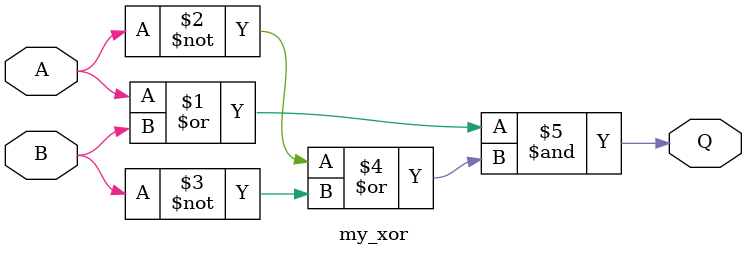
<source format=v>
module my_xor (A, B, Q);

  input A, B;
  output  Q;

  assign Q = (A | B) & (~A | ~B);

endmodule

</source>
